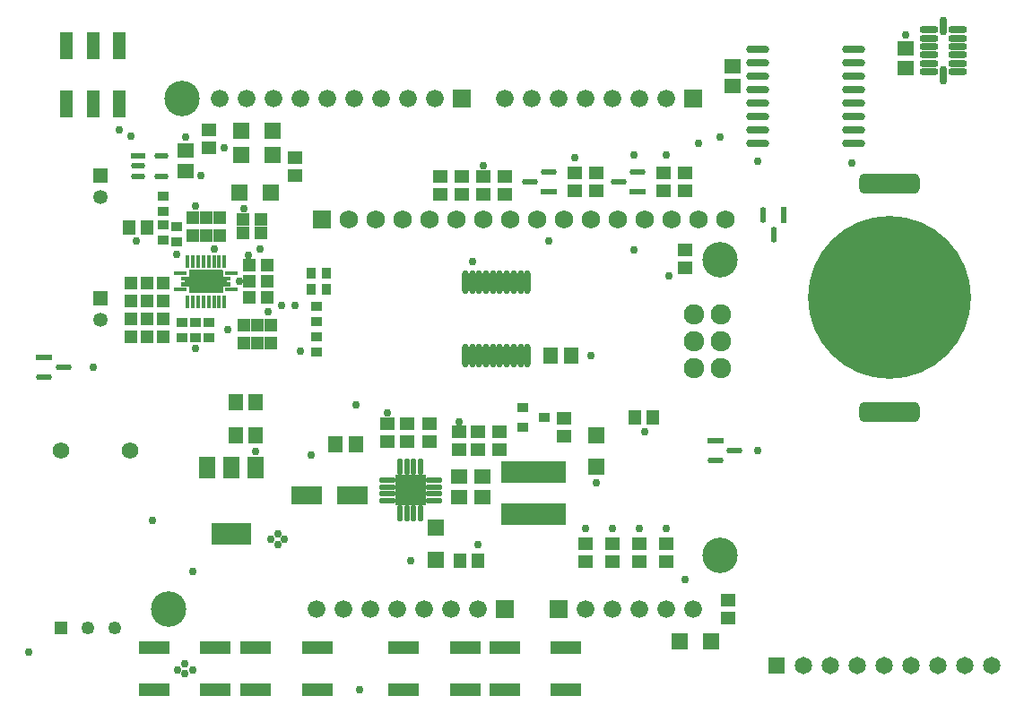
<source format=gts>
G04*
G04 #@! TF.GenerationSoftware,Altium Limited,Altium Designer,20.1.14 (287)*
G04*
G04 Layer_Color=8388736*
%FSLAX25Y25*%
%MOIN*%
G70*
G04*
G04 #@! TF.SameCoordinates,0E931F91-B317-41B1-A8FB-8677B043815F*
G04*
G04*
G04 #@! TF.FilePolarity,Negative*
G04*
G01*
G75*
%ADD19R,0.04134X0.03740*%
%ADD20R,0.04528X0.05315*%
%ADD21R,0.06102X0.06496*%
%ADD22R,0.06496X0.06102*%
G04:AMPARAMS|DCode=23|XSize=15.35mil|YSize=49.53mil|CornerRadius=4.94mil|HoleSize=0mil|Usage=FLASHONLY|Rotation=180.000|XOffset=0mil|YOffset=0mil|HoleType=Round|Shape=RoundedRectangle|*
%AMROUNDEDRECTD23*
21,1,0.01535,0.03965,0,0,180.0*
21,1,0.00548,0.04953,0,0,180.0*
1,1,0.00987,-0.00274,0.01983*
1,1,0.00987,0.00274,0.01983*
1,1,0.00987,0.00274,-0.01983*
1,1,0.00987,-0.00274,-0.01983*
%
%ADD23ROUNDEDRECTD23*%
G04:AMPARAMS|DCode=24|XSize=11.81mil|YSize=11.81mil|CornerRadius=1.95mil|HoleSize=0mil|Usage=FLASHONLY|Rotation=180.000|XOffset=0mil|YOffset=0mil|HoleType=Round|Shape=RoundedRectangle|*
%AMROUNDEDRECTD24*
21,1,0.01181,0.00791,0,0,180.0*
21,1,0.00791,0.01181,0,0,180.0*
1,1,0.00390,-0.00396,0.00396*
1,1,0.00390,0.00396,0.00396*
1,1,0.00390,0.00396,-0.00396*
1,1,0.00390,-0.00396,-0.00396*
%
%ADD24ROUNDEDRECTD24*%
G04:AMPARAMS|DCode=25|XSize=15.35mil|YSize=49.53mil|CornerRadius=4.94mil|HoleSize=0mil|Usage=FLASHONLY|Rotation=90.000|XOffset=0mil|YOffset=0mil|HoleType=Round|Shape=RoundedRectangle|*
%AMROUNDEDRECTD25*
21,1,0.01535,0.03965,0,0,90.0*
21,1,0.00548,0.04953,0,0,90.0*
1,1,0.00987,0.01983,0.00274*
1,1,0.00987,0.01983,-0.00274*
1,1,0.00987,-0.01983,-0.00274*
1,1,0.00987,-0.01983,0.00274*
%
%ADD25ROUNDEDRECTD25*%
%ADD26O,0.02756X0.07098*%
%ADD27O,0.07098X0.02756*%
%ADD28O,0.02756X0.07099*%
%ADD29R,0.06496X0.05709*%
G04:AMPARAMS|DCode=30|XSize=19.29mil|YSize=57.8mil|CornerRadius=4.96mil|HoleSize=0mil|Usage=FLASHONLY|Rotation=0.000|XOffset=0mil|YOffset=0mil|HoleType=Round|Shape=RoundedRectangle|*
%AMROUNDEDRECTD30*
21,1,0.01929,0.04787,0,0,0.0*
21,1,0.00937,0.05780,0,0,0.0*
1,1,0.00992,0.00469,-0.02394*
1,1,0.00992,-0.00469,-0.02394*
1,1,0.00992,-0.00469,0.02394*
1,1,0.00992,0.00469,0.02394*
%
%ADD30ROUNDEDRECTD30*%
G04:AMPARAMS|DCode=31|XSize=19.29mil|YSize=57.8mil|CornerRadius=4.96mil|HoleSize=0mil|Usage=FLASHONLY|Rotation=270.000|XOffset=0mil|YOffset=0mil|HoleType=Round|Shape=RoundedRectangle|*
%AMROUNDEDRECTD31*
21,1,0.01929,0.04787,0,0,270.0*
21,1,0.00937,0.05780,0,0,270.0*
1,1,0.00992,-0.02394,-0.00469*
1,1,0.00992,-0.02394,0.00469*
1,1,0.00992,0.02394,0.00469*
1,1,0.00992,0.02394,-0.00469*
%
%ADD31ROUNDEDRECTD31*%
%ADD32R,0.11221X0.11221*%
%ADD33O,0.02362X0.08858*%
%ADD34R,0.06001X0.02275*%
G04:AMPARAMS|DCode=35|XSize=60.01mil|YSize=22.75mil|CornerRadius=11.38mil|HoleSize=0mil|Usage=FLASHONLY|Rotation=0.000|XOffset=0mil|YOffset=0mil|HoleType=Round|Shape=RoundedRectangle|*
%AMROUNDEDRECTD35*
21,1,0.06001,0.00000,0,0,0.0*
21,1,0.03725,0.02275,0,0,0.0*
1,1,0.02275,0.01863,0.00000*
1,1,0.02275,-0.01863,0.00000*
1,1,0.02275,-0.01863,0.00000*
1,1,0.02275,0.01863,0.00000*
%
%ADD35ROUNDEDRECTD35*%
%ADD36R,0.05315X0.04528*%
%ADD37R,0.05906X0.07874*%
%ADD38R,0.14961X0.07874*%
%ADD39R,0.05709X0.06496*%
%ADD40R,0.03740X0.04134*%
%ADD41R,0.04528X0.04921*%
%ADD42R,0.05269X0.02275*%
G04:AMPARAMS|DCode=43|XSize=52.69mil|YSize=22.75mil|CornerRadius=11.38mil|HoleSize=0mil|Usage=FLASHONLY|Rotation=0.000|XOffset=0mil|YOffset=0mil|HoleType=Round|Shape=RoundedRectangle|*
%AMROUNDEDRECTD43*
21,1,0.05269,0.00000,0,0,0.0*
21,1,0.02993,0.02275,0,0,0.0*
1,1,0.02275,0.01497,0.00000*
1,1,0.02275,-0.01497,0.00000*
1,1,0.02275,-0.01497,0.00000*
1,1,0.02275,0.01497,0.00000*
%
%ADD43ROUNDEDRECTD43*%
%ADD44R,0.04921X0.04528*%
%ADD45R,0.11614X0.06890*%
%ADD46R,0.11614X0.04528*%
%ADD47R,0.24213X0.08465*%
G04:AMPARAMS|DCode=48|XSize=60.01mil|YSize=22.75mil|CornerRadius=11.38mil|HoleSize=0mil|Usage=FLASHONLY|Rotation=270.000|XOffset=0mil|YOffset=0mil|HoleType=Round|Shape=RoundedRectangle|*
%AMROUNDEDRECTD48*
21,1,0.06001,0.00000,0,0,270.0*
21,1,0.03725,0.02275,0,0,270.0*
1,1,0.02275,0.00000,-0.01863*
1,1,0.02275,0.00000,0.01863*
1,1,0.02275,0.00000,0.01863*
1,1,0.02275,0.00000,-0.01863*
%
%ADD48ROUNDEDRECTD48*%
%ADD49R,0.02275X0.06001*%
%ADD50R,0.04724X0.09843*%
G04:AMPARAMS|DCode=51|XSize=74.91mil|YSize=225.91mil|CornerRadius=20.2mil|HoleSize=0mil|Usage=FLASHONLY|Rotation=90.000|XOffset=0mil|YOffset=0mil|HoleType=Round|Shape=RoundedRectangle|*
%AMROUNDEDRECTD51*
21,1,0.07491,0.18550,0,0,90.0*
21,1,0.03450,0.22591,0,0,90.0*
1,1,0.04041,0.09275,0.01725*
1,1,0.04041,0.09275,-0.01725*
1,1,0.04041,-0.09275,-0.01725*
1,1,0.04041,-0.09275,0.01725*
%
%ADD51ROUNDEDRECTD51*%
%ADD52C,0.60591*%
%ADD53R,0.04134X0.03740*%
%ADD54O,0.08465X0.02953*%
%ADD55C,0.06591*%
%ADD56R,0.04921X0.04921*%
%ADD57C,0.04921*%
%ADD58C,0.06890*%
%ADD59R,0.06890X0.06890*%
%ADD60C,0.06134*%
%ADD61C,0.05315*%
%ADD62R,0.05315X0.05315*%
%ADD63R,0.06496X0.06496*%
%ADD64C,0.06496*%
%ADD65C,0.07591*%
%ADD66R,0.06591X0.06591*%
%ADD67C,0.13189*%
%ADD68C,0.02953*%
G36*
X75050Y166328D02*
X75095Y166317D01*
X75138Y166299D01*
X75178Y166275D01*
X75213Y166245D01*
X75244Y166209D01*
X75268Y166170D01*
X75286Y166127D01*
X75296Y166082D01*
X75300Y166035D01*
Y163832D01*
X77859Y163832D01*
X77905Y163828D01*
X77950Y163817D01*
X77993Y163799D01*
X78033Y163775D01*
X78068Y163745D01*
X78098Y163709D01*
X78123Y163670D01*
X78140Y163627D01*
X78151Y163582D01*
X78155Y163535D01*
Y162630D01*
X78151Y162584D01*
X78140Y162538D01*
X78123Y162496D01*
X78098Y162456D01*
X78068Y162420D01*
X78033Y162390D01*
X77993Y162366D01*
X77950Y162348D01*
X77905Y162337D01*
X77859Y162334D01*
X76875Y162334D01*
Y161666D01*
X77859Y161666D01*
X77905Y161663D01*
X77950Y161652D01*
X77993Y161634D01*
X78033Y161610D01*
X78068Y161580D01*
X78098Y161544D01*
X78123Y161505D01*
X78140Y161462D01*
X78151Y161416D01*
X78155Y161370D01*
Y160465D01*
X78151Y160418D01*
X78140Y160373D01*
X78123Y160330D01*
X78098Y160291D01*
X78068Y160255D01*
X78033Y160225D01*
X77993Y160201D01*
X77950Y160183D01*
X77905Y160172D01*
X77859Y160168D01*
X75300Y160168D01*
Y157965D01*
X75296Y157918D01*
X75286Y157873D01*
X75268Y157830D01*
X75244Y157791D01*
X75213Y157755D01*
X75178Y157725D01*
X75138Y157701D01*
X75095Y157683D01*
X75050Y157672D01*
X75004Y157668D01*
X62996D01*
X62950Y157672D01*
X62905Y157683D01*
X62862Y157701D01*
X62822Y157725D01*
X62787Y157755D01*
X62756Y157791D01*
X62732Y157830D01*
X62714Y157873D01*
X62704Y157918D01*
X62700Y157965D01*
Y160168D01*
X60142Y160168D01*
X60096Y160172D01*
X60050Y160183D01*
X60008Y160201D01*
X59968Y160225D01*
X59933Y160255D01*
X59902Y160291D01*
X59878Y160330D01*
X59860Y160373D01*
X59850Y160418D01*
X59846Y160465D01*
Y161370D01*
X59850Y161416D01*
X59860Y161462D01*
X59878Y161505D01*
X59902Y161544D01*
X59933Y161580D01*
X59968Y161610D01*
X60008Y161634D01*
X60050Y161652D01*
X60096Y161663D01*
X60142Y161666D01*
X61125Y161666D01*
Y162334D01*
X60142Y162334D01*
X60096Y162337D01*
X60050Y162348D01*
X60008Y162366D01*
X59968Y162390D01*
X59933Y162420D01*
X59902Y162456D01*
X59878Y162496D01*
X59860Y162538D01*
X59850Y162584D01*
X59846Y162630D01*
Y163535D01*
X59850Y163582D01*
X59860Y163627D01*
X59878Y163670D01*
X59902Y163709D01*
X59933Y163745D01*
X59968Y163775D01*
X60008Y163799D01*
X60050Y163817D01*
X60096Y163828D01*
X60142Y163832D01*
X62700Y163832D01*
Y166035D01*
X62704Y166082D01*
X62714Y166127D01*
X62732Y166170D01*
X62756Y166209D01*
X62787Y166245D01*
X62822Y166275D01*
X62862Y166299D01*
X62905Y166317D01*
X62950Y166328D01*
X62996Y166332D01*
X75004D01*
X75050Y166328D01*
D02*
G37*
D19*
X58000Y182508D02*
D03*
Y176799D02*
D03*
X53000Y188000D02*
D03*
Y193709D02*
D03*
X110000Y135632D02*
D03*
Y141341D02*
D03*
X53000Y183000D02*
D03*
Y177291D02*
D03*
X70000Y141000D02*
D03*
Y146709D02*
D03*
X65000D02*
D03*
Y141000D02*
D03*
X60000Y146709D02*
D03*
Y141000D02*
D03*
X110000Y147063D02*
D03*
Y152771D02*
D03*
D20*
X235186Y111414D02*
D03*
X228493D02*
D03*
X40307Y182000D02*
D03*
X47000D02*
D03*
X163374Y58000D02*
D03*
X170067D02*
D03*
D21*
X93906Y209000D02*
D03*
X82095D02*
D03*
X93906Y218000D02*
D03*
X82095D02*
D03*
X93264Y195000D02*
D03*
X81453D02*
D03*
X256906Y28000D02*
D03*
X245094D02*
D03*
D22*
X214000Y104799D02*
D03*
Y92988D02*
D03*
X154563Y58453D02*
D03*
Y70264D02*
D03*
D23*
X66047Y169496D02*
D03*
X75890Y154504D02*
D03*
X73921D02*
D03*
X71953D02*
D03*
X69984D02*
D03*
X68016D02*
D03*
X66047D02*
D03*
X64079D02*
D03*
X62110D02*
D03*
Y169496D02*
D03*
X64079D02*
D03*
X68016D02*
D03*
X69984D02*
D03*
X71953D02*
D03*
X73921D02*
D03*
X75890D02*
D03*
D24*
X69000Y162000D02*
D03*
D25*
X78465Y164953D02*
D03*
Y159047D02*
D03*
X59536D02*
D03*
Y164953D02*
D03*
D26*
X343000Y238586D02*
D03*
D27*
X348321Y239970D02*
D03*
Y243120D02*
D03*
Y246269D02*
D03*
Y249419D02*
D03*
Y252569D02*
D03*
Y255718D02*
D03*
X337679D02*
D03*
Y252569D02*
D03*
Y249419D02*
D03*
Y246269D02*
D03*
Y243120D02*
D03*
Y239970D02*
D03*
D28*
X343000Y257102D02*
D03*
D29*
X329000Y241260D02*
D03*
Y248740D02*
D03*
X264747Y242240D02*
D03*
Y234760D02*
D03*
X61575Y203191D02*
D03*
Y210672D02*
D03*
X171839Y89311D02*
D03*
Y81831D02*
D03*
X163000Y89311D02*
D03*
Y81831D02*
D03*
D30*
X141161Y75595D02*
D03*
X143720D02*
D03*
X146280D02*
D03*
X148839D02*
D03*
Y92988D02*
D03*
X146280D02*
D03*
X143720D02*
D03*
X141161D02*
D03*
D31*
X153697Y80453D02*
D03*
Y83012D02*
D03*
Y85571D02*
D03*
Y88130D02*
D03*
X136303D02*
D03*
Y85571D02*
D03*
Y83012D02*
D03*
Y80453D02*
D03*
D32*
X145000Y84291D02*
D03*
D33*
X188516Y161583D02*
D03*
X185957D02*
D03*
X183398D02*
D03*
X180839D02*
D03*
X178279D02*
D03*
X175721D02*
D03*
X173161D02*
D03*
X170602D02*
D03*
X168043D02*
D03*
X165484D02*
D03*
X188516Y134417D02*
D03*
X185957D02*
D03*
X183398D02*
D03*
X180839D02*
D03*
X178279D02*
D03*
X175721D02*
D03*
X173161D02*
D03*
X170602D02*
D03*
X168043D02*
D03*
X165484D02*
D03*
D34*
X258417Y102740D02*
D03*
X196583Y195260D02*
D03*
X8833Y133740D02*
D03*
X229583Y195260D02*
D03*
D35*
X258417Y95260D02*
D03*
X265583Y99000D02*
D03*
X196583Y202740D02*
D03*
X189417Y199000D02*
D03*
X16000Y130000D02*
D03*
X8833Y126260D02*
D03*
X222417Y199000D02*
D03*
X229583Y202740D02*
D03*
D36*
X240000Y57653D02*
D03*
Y64346D02*
D03*
X230000Y57653D02*
D03*
Y64346D02*
D03*
X220000Y57653D02*
D03*
Y64346D02*
D03*
X210000Y57653D02*
D03*
Y64346D02*
D03*
X247000Y173841D02*
D03*
Y167148D02*
D03*
Y202346D02*
D03*
Y195653D02*
D03*
X239000Y195653D02*
D03*
Y202346D02*
D03*
X214000Y202346D02*
D03*
Y195653D02*
D03*
X206000Y195653D02*
D03*
Y202346D02*
D03*
X70000Y211653D02*
D03*
Y218347D02*
D03*
X102000Y201307D02*
D03*
Y208000D02*
D03*
X263000Y43346D02*
D03*
Y36654D02*
D03*
X202000Y111000D02*
D03*
Y104307D02*
D03*
X178000Y105941D02*
D03*
Y99248D02*
D03*
X170000D02*
D03*
Y105941D02*
D03*
X136472Y109221D02*
D03*
Y102528D02*
D03*
X143890D02*
D03*
Y109221D02*
D03*
X152169D02*
D03*
Y102528D02*
D03*
X163000Y99248D02*
D03*
Y105941D02*
D03*
X180000Y201228D02*
D03*
Y194535D02*
D03*
X172000Y201228D02*
D03*
Y194535D02*
D03*
X155980Y201228D02*
D03*
Y194535D02*
D03*
X164000D02*
D03*
Y201228D02*
D03*
D37*
X87520Y92854D02*
D03*
X78465D02*
D03*
X69410D02*
D03*
D38*
X78465Y68051D02*
D03*
D39*
X204761Y134417D02*
D03*
X197281D02*
D03*
X80075Y117000D02*
D03*
X87555D02*
D03*
X80075Y104839D02*
D03*
X87555D02*
D03*
X117260Y101291D02*
D03*
X124740D02*
D03*
D40*
X108146Y158949D02*
D03*
X113854D02*
D03*
X108146Y164949D02*
D03*
X113854D02*
D03*
D41*
X74000Y179000D02*
D03*
Y185693D02*
D03*
X69000Y179000D02*
D03*
Y185693D02*
D03*
X64000Y179000D02*
D03*
Y185693D02*
D03*
X83000Y145693D02*
D03*
Y139000D02*
D03*
X88000Y145693D02*
D03*
Y139000D02*
D03*
X93000Y145693D02*
D03*
Y139000D02*
D03*
X53000Y154648D02*
D03*
Y161341D02*
D03*
X47000Y154648D02*
D03*
Y161341D02*
D03*
X41000Y154648D02*
D03*
Y161341D02*
D03*
X47000Y148033D02*
D03*
Y141341D02*
D03*
X53000Y148033D02*
D03*
Y141341D02*
D03*
X41000Y148033D02*
D03*
Y141341D02*
D03*
D42*
X43695Y208703D02*
D03*
D43*
Y204963D02*
D03*
Y201223D02*
D03*
X52484D02*
D03*
Y208703D02*
D03*
D44*
X85000Y168000D02*
D03*
X91693D02*
D03*
X85000Y162000D02*
D03*
X91693D02*
D03*
X85000Y156000D02*
D03*
X91693D02*
D03*
X82653Y185000D02*
D03*
X89346D02*
D03*
X82653Y180000D02*
D03*
X89346D02*
D03*
D45*
X106535Y82291D02*
D03*
X123465D02*
D03*
D46*
X49665Y10000D02*
D03*
X72500D02*
D03*
Y25748D02*
D03*
X49665D02*
D03*
X87500Y10000D02*
D03*
X110335D02*
D03*
Y25748D02*
D03*
X87500D02*
D03*
X142500Y10000D02*
D03*
X165335D02*
D03*
Y25748D02*
D03*
X142500D02*
D03*
X180000Y10000D02*
D03*
X202835D02*
D03*
Y25748D02*
D03*
X180000D02*
D03*
D47*
X190654Y91209D02*
D03*
Y75461D02*
D03*
D48*
X280000Y179417D02*
D03*
X276260Y186583D02*
D03*
D49*
X283740D02*
D03*
D50*
X27000Y249827D02*
D03*
Y228173D02*
D03*
X17157D02*
D03*
Y249827D02*
D03*
X36843D02*
D03*
Y228173D02*
D03*
D51*
X323000Y198500D02*
D03*
Y113500D02*
D03*
D52*
Y156000D02*
D03*
D53*
X186937Y115154D02*
D03*
Y107674D02*
D03*
X194811Y111414D02*
D03*
D54*
X274284Y248500D02*
D03*
Y243500D02*
D03*
Y238500D02*
D03*
Y233500D02*
D03*
Y228500D02*
D03*
Y223500D02*
D03*
Y218500D02*
D03*
Y213500D02*
D03*
X309717Y248500D02*
D03*
Y243500D02*
D03*
Y238500D02*
D03*
Y233500D02*
D03*
Y228500D02*
D03*
Y223500D02*
D03*
Y218500D02*
D03*
Y213500D02*
D03*
D55*
X250000Y40000D02*
D03*
X210000D02*
D03*
X220000D02*
D03*
X230000D02*
D03*
X240000D02*
D03*
X160000D02*
D03*
X170000D02*
D03*
X110000D02*
D03*
X120000D02*
D03*
X130000D02*
D03*
X140000D02*
D03*
X150000D02*
D03*
X230000Y230000D02*
D03*
X240000D02*
D03*
X180000D02*
D03*
X190000D02*
D03*
X200000D02*
D03*
X210000D02*
D03*
X220000D02*
D03*
X74000D02*
D03*
X84000D02*
D03*
X94000D02*
D03*
X104000D02*
D03*
X114000D02*
D03*
X124000D02*
D03*
X134000D02*
D03*
X144000D02*
D03*
X154000D02*
D03*
D56*
X15000Y33000D02*
D03*
D57*
X35000D02*
D03*
X25000D02*
D03*
D58*
X242000Y185000D02*
D03*
X232000D02*
D03*
X192000D02*
D03*
X162000D02*
D03*
X142000D02*
D03*
X122000D02*
D03*
X132000D02*
D03*
X152000D02*
D03*
X172000D02*
D03*
X182000D02*
D03*
X202000D02*
D03*
X212000D02*
D03*
X222000D02*
D03*
X252000D02*
D03*
X262000D02*
D03*
D59*
X112000D02*
D03*
D60*
X15205Y99000D02*
D03*
X40795D02*
D03*
D61*
X29646Y147904D02*
D03*
Y193563D02*
D03*
D62*
Y155778D02*
D03*
Y201437D02*
D03*
D63*
X281000Y19000D02*
D03*
D64*
X301000D02*
D03*
X311000D02*
D03*
X321000D02*
D03*
X331000D02*
D03*
X341000D02*
D03*
X351000D02*
D03*
X361000D02*
D03*
X291000D02*
D03*
D65*
X260551Y129803D02*
D03*
X250551D02*
D03*
X260551Y139803D02*
D03*
X250551D02*
D03*
X260551Y149803D02*
D03*
X250551D02*
D03*
D66*
X180000Y40000D02*
D03*
X250000Y230000D02*
D03*
X164000D02*
D03*
X200000Y40000D02*
D03*
D67*
X60000Y230000D02*
D03*
X55000Y40000D02*
D03*
X260000Y170000D02*
D03*
Y60000D02*
D03*
D68*
X252000Y213500D02*
D03*
X260000Y215740D02*
D03*
X95788Y63933D02*
D03*
X93000Y66000D02*
D03*
X98000D02*
D03*
X95788Y68051D02*
D03*
X61000Y16000D02*
D03*
X64000Y17500D02*
D03*
X61000Y19693D02*
D03*
X58500Y17500D02*
D03*
X69000Y165051D02*
D03*
X74020Y162000D02*
D03*
X69000Y158949D02*
D03*
X63981Y162000D02*
D03*
X72000Y174000D02*
D03*
X92000Y150840D02*
D03*
X170000Y64000D02*
D03*
X147000Y86291D02*
D03*
X143000Y82291D02*
D03*
X49000Y73000D02*
D03*
X247000Y51000D02*
D03*
X240000Y70031D02*
D03*
X230000D02*
D03*
X232000Y106000D02*
D03*
X228000Y173841D02*
D03*
X196583Y177231D02*
D03*
X87538Y98847D02*
D03*
X136303Y113000D02*
D03*
X162976Y109819D02*
D03*
X214000Y87000D02*
D03*
X220000Y70031D02*
D03*
X210000D02*
D03*
X126000Y10000D02*
D03*
X172000Y205047D02*
D03*
X75717Y211653D02*
D03*
X61575Y215819D02*
D03*
X84890Y171819D02*
D03*
X83000Y189000D02*
D03*
X3000Y24000D02*
D03*
X145038Y58181D02*
D03*
X64000Y54000D02*
D03*
X36843Y218347D02*
D03*
X274000Y99000D02*
D03*
X124740Y116000D02*
D03*
X206000Y208000D02*
D03*
X240000Y209000D02*
D03*
X168043Y169496D02*
D03*
X334059Y141950D02*
D03*
X323000Y134000D02*
D03*
X344070Y156000D02*
D03*
X329000Y253693D02*
D03*
X104000Y136000D02*
D03*
X241000Y164000D02*
D03*
X335192Y168000D02*
D03*
X309717D02*
D03*
Y143000D02*
D03*
X301000Y154303D02*
D03*
X323000Y177628D02*
D03*
Y156000D02*
D03*
X228000Y209000D02*
D03*
X27000Y130000D02*
D03*
X274284Y206716D02*
D03*
X212000Y134417D02*
D03*
X309000Y206000D02*
D03*
X102000Y153000D02*
D03*
X67000Y201437D02*
D03*
X41000Y216000D02*
D03*
X65000Y190000D02*
D03*
X58000Y172000D02*
D03*
X108000Y97291D02*
D03*
X43000Y177000D02*
D03*
X77000Y144000D02*
D03*
X89000Y174000D02*
D03*
X81418Y162000D02*
D03*
X97000Y153000D02*
D03*
X65000Y137000D02*
D03*
M02*

</source>
